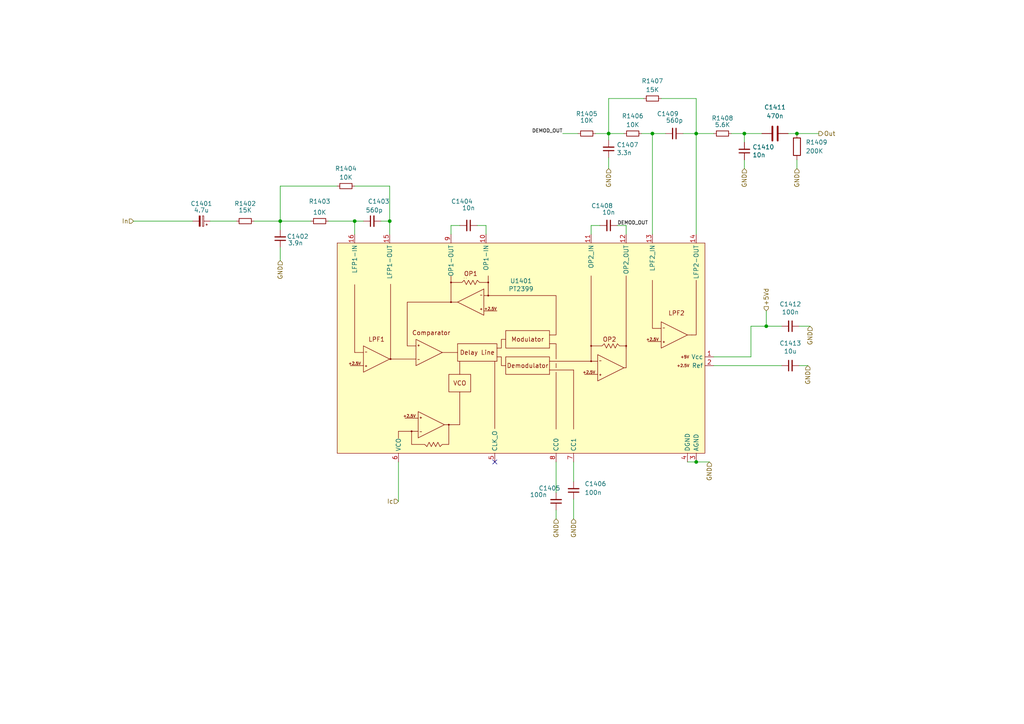
<source format=kicad_sch>
(kicad_sch (version 20211123) (generator eeschema)
  (paper "A4")
  (lib_symbols
    (symbol "Device:C" (pin_numbers hide) (pin_names (offset 0.254))
      (property "Reference" "C" (at 0.635 2.54 0))
      (property "Value" "C" (at 0.635 -2.54 0))
      (symbol "C_0_1"
        (polyline (pts (xy -2.032 -0.762) (xy 2.032 -0.762)) (stroke (width 0.508)))
        (polyline (pts (xy -2.032 0.762) (xy 2.032 0.762)) (stroke (width 0.508)))
      )
      (symbol "C_1_1"
        (pin passive line (at 0 3.81 270) (length 2.794) (name "~") (number "1"))
        (pin passive line (at 0 -3.81 90) (length 2.794) (name "~") (number "2"))
      )
    )
    (symbol "Device:C_Polarized_Small" (pin_numbers hide) (pin_names (offset 0.254) hide)
      (property "Reference" "C" (at 0.254 1.778 0))
      (property "Value" "C_Polarized_Small" (at 0.254 -2.032 0))
      (symbol "C_Polarized_Small_0_1"
        (rectangle (start -1.524 -0.3048) (end 1.524 -0.6858) (fill (type outline)))
        (rectangle (start -1.524 0.6858) (end 1.524 0.3048))
        (polyline (pts (xy -1.27 1.524) (xy -0.762 1.524)))
        (polyline (pts (xy -1.016 1.27) (xy -1.016 1.778)))
      )
      (symbol "C_Polarized_Small_1_1"
        (pin passive line (at 0 2.54 270) (length 1.8542) (name "~") (number "1"))
        (pin passive line (at 0 -2.54 90) (length 1.8542) (name "~") (number "2"))
      )
    )
    (symbol "Device:C_Small" (pin_numbers hide) (pin_names (offset 0.254) hide)
      (property "Reference" "C" (at 0.254 1.778 0))
      (property "Value" "C_Small" (at 0.254 -2.032 0))
      (symbol "C_Small_0_1"
        (polyline (pts (xy -1.524 -0.508) (xy 1.524 -0.508)) (stroke (width 0.3302)))
        (polyline (pts (xy -1.524 0.508) (xy 1.524 0.508)) (stroke (width 0.3048)))
      )
      (symbol "C_Small_1_1"
        (pin passive line (at 0 2.54 270) (length 2.032) (name "~") (number "1"))
        (pin passive line (at 0 -2.54 90) (length 2.032) (name "~") (number "2"))
      )
    )
    (symbol "Device:R" (pin_numbers hide) (pin_names (offset 0))
      (property "Reference" "R" (at 2.032 0 90))
      (property "Value" "R" (at 0 0 90))
      (symbol "R_0_1"
        (rectangle (start -1.016 -2.54) (end 1.016 2.54) (stroke (width 0.254)))
      )
      (symbol "R_1_1"
        (pin passive line (at 0 3.81 270) (length 1.27) (name "~") (number "1"))
        (pin passive line (at 0 -3.81 90) (length 1.27) (name "~") (number "2"))
      )
    )
    (symbol "Device:R_Small" (pin_numbers hide) (pin_names (offset 0.254) hide)
      (property "Reference" "R" (at 0.762 0.508 0))
      (property "Value" "R_Small" (at 0.762 -1.016 0))
      (symbol "R_Small_0_1"
        (rectangle (start -0.762 1.778) (end 0.762 -1.778) (stroke (width 0.2032)))
      )
      (symbol "R_Small_1_1"
        (pin passive line (at 0 2.54 270) (length 0.762) (name "~") (number "1"))
        (pin passive line (at 0 -2.54 90) (length 0.762) (name "~") (number "2"))
      )
    )
    (symbol "pt2399:PT2399-Detailed"
      (property "Reference" "U" (at 0 34.29 0))
      (property "Value" "PT2399-Detailed" (at 0 -41.91 0))
      (symbol "PT2399-Detailed_0_0"
        (rectangle (start -53.34 30.48) (end 53.34 -30.48) (fill (type background)))
        (rectangle (start -16.51 20.32) (end -16.51 20.32))
        (rectangle (start -15.875 20.32) (end -15.875 20.32))
        (polyline (pts (xy -48.26 18.415) (xy -48.26 -1.27)))
        (polyline (pts (xy -38.1 -3.175) (xy -30.48 -3.175)))
        (polyline (pts (xy -37.846 18.542) (xy -37.846 -3.048)))
        (polyline (pts (xy -35.56 -24.13) (xy -35.56 -26.162)))
        (polyline (pts (xy -29.845 -24.13) (xy -35.56 -24.13)))
        (polyline (pts (xy -22.86 -1.27) (xy -18.415 -1.27)))
        (polyline (pts (xy -20.32 13.335) (xy -20.32 13.335)))
        (polyline (pts (xy -20.32 13.335) (xy -20.32 13.335)))
        (polyline (pts (xy -20.32 13.335) (xy -18.415 13.335)))
        (polyline (pts (xy -20.32 19.05) (xy -20.32 20.955)))
        (polyline (pts (xy -18.415 13.335) (xy -18.415 13.335)))
        (polyline (pts (xy -18.415 13.335) (xy -18.415 13.335)))
        (polyline (pts (xy -18.415 13.335) (xy -18.415 13.335)))
        (polyline (pts (xy -17.78 -22.225) (xy -17.78 -12.7)))
        (polyline (pts (xy -17.78 -12.7) (xy -17.78 -12.7)))
        (polyline (pts (xy -17.78 -7.62) (xy -17.78 -3.81)))
        (polyline (pts (xy -10.795 15.24) (xy -10.795 15.24)))
        (polyline (pts (xy -9.525 19.05) (xy -9.525 20.955)))
        (polyline (pts (xy -7.62 -23.368) (xy -7.62 -3.81)))
        (polyline (pts (xy -6.985 -2.54) (xy -6.985 -2.54)))
        (polyline (pts (xy -6.985 -2.54) (xy -6.985 -2.54)))
        (polyline (pts (xy -4.445 -14.605) (xy -4.445 -14.605)))
        (polyline (pts (xy 8.255 -3.81) (xy 8.255 -3.81)))
        (polyline (pts (xy 8.255 -3.81) (xy 22.225 -3.81)))
        (polyline (pts (xy 10.16 15.24) (xy 10.16 15.24)))
        (polyline (pts (xy 15.24 -6.35) (xy 8.255 -6.35)))
        (polyline (pts (xy 15.24 -6.35) (xy 15.24 -23.495)))
        (polyline (pts (xy 20.32 0.635) (xy 20.32 20.955)))
        (polyline (pts (xy 30.48 -5.715) (xy 29.845 -5.715)))
        (polyline (pts (xy 30.48 0) (xy 30.48 20.955)))
        (polyline (pts (xy 40.64 5.715) (xy 40.64 5.715)))
        (polyline (pts (xy 40.64 5.715) (xy 40.64 5.715)))
        (polyline (pts (xy 40.64 5.715) (xy 40.64 5.715)))
        (polyline (pts (xy 49.53 3.81) (xy 48.26 3.81)))
        (polyline (pts (xy -22.225 -22.225) (xy -20.955 -22.225) (xy -17.78 -22.225)))
        (polyline (pts (xy -6.985 -3.81) (xy -6.985 1.27) (xy -18.415 1.27)))
        (polyline (pts (xy 8.255 -7.62) (xy 8.255 -2.54) (xy -4.445 -2.54)))
        (polyline (pts (xy 8.255 0) (xy 8.255 5.08) (xy -4.445 5.08)))
        (polyline (pts (xy 10.16 -3.175) (xy 10.16 1.27) (xy 8.255 1.27)))
        (polyline (pts (xy 40.64 5.715) (xy 38.1 5.715) (xy 38.1 19.685)))
        (polyline (pts (xy 50.8 19.685) (xy 50.8 3.81) (xy 49.53 3.81)))
        (polyline (pts (xy -30.48 0.635) (xy -33.02 0.635) (xy -33.02 13.335) (xy -20.32 13.335)))
        (polyline (pts (xy -10.795 15.24) (xy 10.16 15.24) (xy 10.16 3.81) (xy 8.255 3.81)))
        (polyline (pts (xy -6.985 -2.54) (xy -5.715 -2.54) (xy -5.715 -5.08) (xy -4.445 -5.08)))
        (polyline (pts (xy -6.985 0) (xy -5.715 0) (xy -5.715 2.54) (xy -4.445 2.54)))
        (polyline (pts (xy -20.955 -7.62) (xy -20.955 -12.7) (xy -14.605 -12.7) (xy -14.605 -7.62) (xy -20.955 -7.62)))
        (polyline (pts (xy -18.415 -1.27) (xy -18.415 1.27) (xy -18.415 -1.27) (xy -18.415 -3.81) (xy -6.985 -3.81)))
        (polyline (pts (xy -4.445 -5.08) (xy -4.445 -2.54) (xy -4.445 -5.08) (xy -4.445 -7.62) (xy 8.255 -7.62)))
        (polyline (pts (xy -4.445 2.54) (xy -4.445 5.08) (xy -4.445 2.54) (xy -4.445 0) (xy 8.255 0)))
        (polyline (pts (xy -20.955 -22.225) (xy -20.955 -27.94) (xy -22.86 -27.94) (xy -23.495 -28.575) (xy -24.13 -27.305) (xy -24.765 -28.575) (xy -25.4 -27.305) (xy -26.035 -28.575) (xy -26.67 -27.305) (xy -27.305 -28.575) (xy -27.94 -27.94) (xy -31.75 -27.94) (xy -31.75 -24.13)))
        (polyline (pts (xy -20.32 13.335) (xy -20.32 19.05) (xy -17.145 19.05) (xy -16.51 19.685) (xy -15.875 18.415) (xy -15.24 19.685) (xy -14.605 18.415) (xy -13.97 19.685) (xy -13.335 18.415) (xy -12.7 19.685) (xy -12.065 19.05) (xy -9.525 19.05) (xy -9.525 15.24)))
        (polyline (pts (xy 30.48 -5.715) (xy 30.48 0.635) (xy 28.575 0.635) (xy 27.94 1.27) (xy 27.305 0) (xy 26.67 1.27) (xy 26.035 0) (xy 25.4 1.27) (xy 24.765 0) (xy 24.13 1.27) (xy 23.495 0.635) (xy 20.32 0.635) (xy 20.32 -3.81)))
        (text "+2.5V" (at -48.26 -4.445 0) (effects (font (size 0.8 0.8))))
        (text "+2.5V" (at -32.385 -19.685 0) (effects (font (size 0.8 0.8))))
        (text "+2.5V" (at -8.89 11.43 0) (effects (font (size 0.8 0.8))))
        (text "+2.5V" (at 19.685 -6.985 0) (effects (font (size 0.8 0.8))))
        (text "+2.5V" (at 38.1 2.54 0) (effects (font (size 0.8 0.8))))
        (text "+2.5V" (at 46.99 -5.08 0) (effects (font (size 0.8 0.8))))
        (text "+5V" (at 47.498 -2.54 0) (effects (font (size 0.8 0.8))))
        (text "Comparator" (at -26.035 4.445 0) (effects (font (size 1.27 1.27))))
        (text "Delay Line" (at -12.7 -1.27 0) (effects (font (size 1.27 1.27))))
        (text "Demodulator" (at 1.905 -5.08 0) (effects (font (size 1.27 1.27))))
        (text "LPF1" (at -41.91 2.54 0) (effects (font (size 1.27 1.27))))
        (text "LPF2" (at 45.085 10.16 0) (effects (font (size 1.27 1.27))))
        (text "Modulator" (at 1.905 2.54 0) (effects (font (size 1.27 1.27))))
        (text "OP1" (at -14.605 21.59 0) (effects (font (size 1.27 1.27))))
        (text "OP2" (at 25.654 2.54 0) (effects (font (size 1.27 1.27))))
        (text "VCO" (at -17.78 -10.16 0) (effects (font (size 1.27 1.27))))
      )
      (symbol "PT2399-Detailed_0_1"
        (circle (center -37.846 -3.175) (radius 0.1796) (fill (type outline)))
        (circle (center -31.75 -24.13) (radius 0.1796) (fill (type outline)))
        (circle (center -20.955 -22.225) (radius 0.1796) (fill (type outline)))
        (circle (center -20.32 13.335) (radius 0.1796) (fill (type outline)))
        (circle (center -20.32 19.05) (radius 0.1796) (fill (type outline)))
        (circle (center -9.525 15.24) (radius 0.1796) (fill (type outline)))
        (circle (center -9.525 19.05) (radius 0.1796) (fill (type outline)))
        (polyline (pts (xy -45.72 -5.08) (xy -49.53 -5.08)))
        (polyline (pts (xy -45.72 -1.27) (xy -48.26 -1.27)))
        (polyline (pts (xy -45.212 -5.207) (xy -44.704 -5.207)))
        (polyline (pts (xy -44.958 -4.953) (xy -44.958 -5.461)))
        (polyline (pts (xy -44.704 -1.143) (xy -45.212 -1.143)))
        (polyline (pts (xy -29.972 0.762) (xy -29.464 0.762)))
        (polyline (pts (xy -29.845 -20.32) (xy -33.655 -20.32)))
        (polyline (pts (xy -29.718 0.508) (xy -29.718 1.016)))
        (polyline (pts (xy -29.464 -3.302) (xy -29.972 -3.302)))
        (polyline (pts (xy -29.337 -20.193) (xy -28.829 -20.193)))
        (polyline (pts (xy -29.083 -20.447) (xy -29.083 -19.939)))
        (polyline (pts (xy -28.829 -24.257) (xy -29.337 -24.257)))
        (polyline (pts (xy -11.811 15.367) (xy -11.303 15.367)))
        (polyline (pts (xy -11.557 11.557) (xy -11.557 11.049)))
        (polyline (pts (xy -11.303 11.303) (xy -11.811 11.303)))
        (polyline (pts (xy -6.985 10.795) (xy -10.795 10.795)))
        (polyline (pts (xy 10.16 -6.985) (xy 10.16 -23.495)))
        (polyline (pts (xy 10.16 -4.445) (xy 10.16 -5.715)))
        (polyline (pts (xy 22.225 -7.62) (xy 18.415 -7.62)))
        (polyline (pts (xy 22.733 -7.747) (xy 23.241 -7.747)))
        (polyline (pts (xy 22.987 -7.493) (xy 22.987 -8.001)))
        (polyline (pts (xy 23.241 -3.683) (xy 22.733 -3.683)))
        (polyline (pts (xy 40.64 1.905) (xy 36.83 1.905)))
        (polyline (pts (xy 41.148 1.778) (xy 41.656 1.778)))
        (polyline (pts (xy 41.402 2.032) (xy 41.402 1.524)))
        (polyline (pts (xy 41.656 5.842) (xy 41.148 5.842)))
        (polyline (pts (xy -45.72 0.635) (xy -45.72 -6.985) (xy -38.1 -3.175) (xy -45.72 0.635)))
        (polyline (pts (xy -30.48 -5.08) (xy -30.48 2.54) (xy -22.86 -1.27) (xy -30.48 -5.08)))
        (polyline (pts (xy -29.845 -26.035) (xy -29.845 -18.415) (xy -22.225 -22.225) (xy -29.845 -26.035)))
        (polyline (pts (xy -10.795 17.145) (xy -10.795 9.525) (xy -18.415 13.335) (xy -10.795 17.145)))
        (polyline (pts (xy 22.225 -1.905) (xy 22.225 -9.525) (xy 29.845 -5.715) (xy 22.225 -1.905)))
        (polyline (pts (xy 40.64 7.62) (xy 40.64 0) (xy 48.26 3.81) (xy 40.64 7.62)))
        (circle (center 20.32 -3.81) (radius 0.1796) (fill (type outline)))
        (circle (center 20.32 0.635) (radius 0.1796) (fill (type outline)))
        (circle (center 30.48 0.635) (radius 0.1796) (fill (type outline)))
      )
      (symbol "PT2399-Detailed_1_1"
        (pin power_in line (at 55.88 -2.54 180) (length 2.54) (name "Vcc") (number "1"))
        (pin input line (at -10.16 33.02 270) (length 2.54) (name "OP1-IN") (number "10"))
        (pin input line (at 20.32 33.02 270) (length 2.54) (name "OP2_IN") (number "11"))
        (pin output line (at 30.48 33.02 270) (length 2.54) (name "OP2_OUT") (number "12"))
        (pin input line (at 38.1 33.02 270) (length 2.54) (name "LPF2_IN") (number "13"))
        (pin output line (at 50.8 33.02 270) (length 2.54) (name "LFP2-OUT") (number "14"))
        (pin output line (at -38.1 33.02 270) (length 2.54) (name "LFP1-OUT") (number "15"))
        (pin input line (at -48.26 33.02 270) (length 2.54) (name "LFP1-IN") (number "16"))
        (pin bidirectional line (at 55.88 -5.08 180) (length 2.54) (name "Ref") (number "2"))
        (pin power_in line (at 50.8 -33.02 90) (length 2.54) (name "AGND") (number "3"))
        (pin power_in line (at 48.26 -33.02 90) (length 2.54) (name "DGND") (number "4"))
        (pin output line (at -7.62 -33.02 90) (length 2.54) (name "CLK_O") (number "5"))
        (pin input line (at -35.56 -33.02 90) (length 2.54) (name "VCO") (number "6"))
        (pin unspecified line (at 15.24 -33.02 90) (length 2.54) (name "CC1") (number "7"))
        (pin unspecified line (at 10.16 -33.02 90) (length 2.54) (name "CC0") (number "8"))
        (pin output line (at -20.32 33.02 270) (length 2.54) (name "OP1-OUT") (number "9"))
      )
    )
  )
  (junction (at 81.28 64.135))
  (junction (at 113.03 64.135))
  (junction (at 189.23 38.735))
  (junction (at 231.14 38.735))
  (junction (at 176.53 38.735))
  (junction (at 201.93 133.985))
  (junction (at 215.9 38.735))
  (junction (at 201.93 38.735))
  (junction (at 222.25 94.615))
  (junction (at 102.87 64.135))
  (no_connect (at 143.51 133.985))
  (wire (pts (xy 222.25 90.17) (xy 222.25 94.615)))
  (wire (pts (xy 215.9 41.275) (xy 215.9 38.735)))
  (wire (pts (xy 201.93 38.735) (xy 201.93 67.945)))
  (wire (pts (xy 172.72 38.735) (xy 176.53 38.735)))
  (wire (pts (xy 199.39 133.985) (xy 201.93 133.985)))
  (wire (pts (xy 171.45 65.405) (xy 171.45 67.945)))
  (wire (pts (xy 215.9 38.735) (xy 212.09 38.735)))
  (wire (pts (xy 176.53 38.735) (xy 180.975 38.735)))
  (wire (pts (xy 220.98 38.735) (xy 215.9 38.735)))
  (wire (pts (xy 231.775 106.045) (xy 234.315 106.045)))
  (wire (pts (xy 217.805 103.505) (xy 217.805 94.615)))
  (wire (pts (xy 161.29 133.985) (xy 161.29 142.875)))
  (wire (pts (xy 189.23 38.735) (xy 193.04 38.735)))
  (wire (pts (xy 222.25 94.615) (xy 226.695 94.615)))
  (wire (pts (xy 102.87 64.135) (xy 105.41 64.135)))
  (wire (pts (xy 163.195 38.735) (xy 167.64 38.735)))
  (wire (pts (xy 191.77 28.575) (xy 201.93 28.575)))
  (wire (pts (xy 186.69 28.575) (xy 176.53 28.575)))
  (wire (pts (xy 102.87 64.135) (xy 102.87 67.945)))
  (wire (pts (xy 81.28 64.135) (xy 81.28 66.675)))
  (wire (pts (xy 81.28 71.755) (xy 81.28 75.565)))
  (wire (pts (xy 110.49 64.135) (xy 113.03 64.135)))
  (wire (pts (xy 176.53 28.575) (xy 176.53 38.735)))
  (wire (pts (xy 207.01 106.045) (xy 226.695 106.045)))
  (wire (pts (xy 201.93 28.575) (xy 201.93 38.735)))
  (wire (pts (xy 176.53 38.735) (xy 176.53 40.64)))
  (wire (pts (xy 198.12 38.735) (xy 201.93 38.735)))
  (wire (pts (xy 113.03 64.135) (xy 113.03 67.945)))
  (wire (pts (xy 228.6 38.735) (xy 231.14 38.735)))
  (wire (pts (xy 161.29 147.955) (xy 161.29 150.495)))
  (wire (pts (xy 176.53 45.72) (xy 176.53 48.895)))
  (wire (pts (xy 231.14 46.355) (xy 231.14 48.895)))
  (wire (pts (xy 73.66 64.135) (xy 81.28 64.135)))
  (wire (pts (xy 81.28 53.975) (xy 81.28 64.135)))
  (wire (pts (xy 186.055 38.735) (xy 189.23 38.735)))
  (wire (pts (xy 95.25 64.135) (xy 102.87 64.135)))
  (wire (pts (xy 217.805 94.615) (xy 222.25 94.615)))
  (wire (pts (xy 201.93 133.985) (xy 205.74 133.985)))
  (wire (pts (xy 231.775 94.615) (xy 234.95 94.615)))
  (wire (pts (xy 102.87 53.975) (xy 113.03 53.975)))
  (wire (pts (xy 113.03 53.975) (xy 113.03 64.135)))
  (wire (pts (xy 81.28 64.135) (xy 90.17 64.135)))
  (wire (pts (xy 201.93 38.735) (xy 207.01 38.735)))
  (wire (pts (xy 115.57 133.985) (xy 115.57 145.415)))
  (wire (pts (xy 231.14 38.735) (xy 237.49 38.735)))
  (wire (pts (xy 138.43 65.405) (xy 140.97 65.405)))
  (wire (pts (xy 68.58 64.135) (xy 60.96 64.135)))
  (wire (pts (xy 207.01 103.505) (xy 217.805 103.505)))
  (wire (pts (xy 140.97 67.945) (xy 140.97 65.405)))
  (wire (pts (xy 181.61 65.405) (xy 181.61 67.945)))
  (wire (pts (xy 215.9 46.355) (xy 215.9 48.895)))
  (wire (pts (xy 189.23 38.735) (xy 189.23 67.945)))
  (wire (pts (xy 38.735 64.135) (xy 55.88 64.135)))
  (wire (pts (xy 166.37 144.78) (xy 166.37 150.495)))
  (wire (pts (xy 130.81 65.405) (xy 130.81 67.945)))
  (wire (pts (xy 179.07 65.405) (xy 181.61 65.405)))
  (wire (pts (xy 166.37 133.985) (xy 166.37 139.7)))
  (wire (pts (xy 171.45 65.405) (xy 173.99 65.405)))
  (wire (pts (xy 130.81 65.405) (xy 133.35 65.405)))
  (wire (pts (xy 81.28 53.975) (xy 97.79 53.975)))
  (label "DEMOD_OUT" (at 163.195 38.735 180) (effects (font (size 1 1))))
  (label "DEMOD_OUT" (at 179.07 65.405 0) (effects (font (size 1 1))))
  (hierarchical_label "Ic" (shape input) (at 115.57 145.415 180))
  (hierarchical_label "+5Vd" (shape input) (at 222.25 90.17 90))
  (hierarchical_label "GND" (shape input) (at 205.74 133.985 270))
  (hierarchical_label "Out" (shape output) (at 237.49 38.735 0))
  (hierarchical_label "GND" (shape input) (at 81.28 75.565 270))
  (hierarchical_label "GND" (shape input) (at 176.53 48.895 270))
  (hierarchical_label "GND" (shape input) (at 231.14 48.895 270))
  (hierarchical_label "GND" (shape input) (at 215.9 48.895 270))
  (hierarchical_label "GND" (shape input) (at 234.95 94.615 270))
  (hierarchical_label "In" (shape input) (at 38.735 64.135 180))
  (hierarchical_label "GND" (shape input) (at 166.37 150.495 270))
  (hierarchical_label "GND" (shape input) (at 234.315 106.045 270))
  (hierarchical_label "GND" (shape input) (at 161.29 150.495 270))
  (symbol (lib_id "Device:C_Small") (at 81.28 69.215 180) (unit 1)
    (property "Reference" "C1402" (at 86.36 68.58 0))
    (property "Value" "3.9n" (at 85.725 70.485 0))
    (property "Footprint" "Capacitor_SMD:C_0603_1608Metric_Pad1.08x0.95mm_HandSolder" (effects hide))
    (property "LCSC" "C170145" (effects hide))
  )
  (symbol (lib_id "Device:C_Small") (at 161.29 145.415 180) (unit 1)
    (property "Reference" "C1405" (at 156.21 141.605 0) (effects (justify right)))
    (property "Value" "100n" (at 153.67 143.51 0) (effects (justify right)))
    (property "Footprint" "Capacitor_SMD:C_0603_1608Metric_Pad1.08x0.95mm_HandSolder" (effects hide))
    (property "LCSC" "C49678" (effects hide))
  )
  (symbol (lib_id "Device:R_Small") (at 209.55 38.735 270) (unit 1)
    (property "Reference" "R1408" (at 209.55 34.29 90))
    (property "Value" "5.6K" (at 209.55 36.195 90))
    (property "Footprint" "Resistor_SMD:R_0603_1608Metric_Pad0.98x0.95mm_HandSolder" (effects hide))
  )
  (symbol (lib_id "Device:C_Small") (at 229.235 106.045 90) (mirror x) (unit 1)
    (property "Reference" "C1413" (at 229.235 99.568 90))
    (property "Value" "10u" (at 229.235 101.8794 90))
    (property "Footprint" "Capacitor_SMD:C_0603_1608Metric_Pad1.08x0.95mm_HandSolder" (effects hide))
  )
  (symbol (lib_id "Device:R_Small") (at 100.33 53.975 90) (unit 1)
    (property "Reference" "R1404" (at 100.33 48.895 90))
    (property "Value" "10K" (at 100.33 51.435 90))
    (property "Footprint" "Resistor_SMD:R_0603_1608Metric_Pad0.98x0.95mm_HandSolder" (effects hide))
  )
  (symbol (lib_id "Device:C_Small") (at 107.95 64.135 90) (unit 1)
    (property "Reference" "C1403" (at 106.68 58.42 90) (effects (justify right)))
    (property "Value" "560p" (at 106.045 60.96 90) (effects (justify right)))
    (property "Footprint" "Capacitor_SMD:C_0603_1608Metric_Pad1.08x0.95mm_HandSolder" (effects hide))
    (property "LCSC" "C159763" (effects hide))
  )
  (symbol (lib_id "Device:R_Small") (at 92.71 64.135 270) (unit 1)
    (property "Reference" "R1403" (at 92.71 58.42 90))
    (property "Value" "10K" (at 92.71 61.595 90))
    (property "Footprint" "Resistor_SMD:R_0603_1608Metric_Pad0.98x0.95mm_HandSolder" (effects hide))
  )
  (symbol (lib_id "Device:C_Small") (at 176.53 43.18 180) (unit 1)
    (property "Reference" "C1407" (at 178.8668 42.0116 0) (effects (justify right)))
    (property "Value" "3.3n" (at 178.8668 44.323 0) (effects (justify right)))
    (property "Footprint" "Capacitor_SMD:C_0603_1608Metric_Pad1.08x0.95mm_HandSolder" (effects hide))
    (property "LCSC" "C53175" (effects hide))
  )
  (symbol (lib_id "Device:C_Small") (at 176.53 65.405 270) (unit 1)
    (property "Reference" "C1408" (at 177.8 59.69 90) (effects (justify right)))
    (property "Value" "10n" (at 178.435 61.595 90) (effects (justify right)))
    (property "Footprint" "Capacitor_SMD:C_0603_1608Metric_Pad1.08x0.95mm_HandSolder" (effects hide))
    (property "LCSC" "C1710" (effects hide))
  )
  (symbol (lib_id "Device:R_Small") (at 71.12 64.135 90) (unit 1)
    (property "Reference" "R1402" (at 71.12 59.055 90))
    (property "Value" "15K" (at 71.12 60.96 90))
    (property "Footprint" "Resistor_SMD:R_0603_1608Metric_Pad0.98x0.95mm_HandSolder" (effects hide))
  )
  (symbol (lib_id "Device:R_Small") (at 189.23 28.575 270) (unit 1)
    (property "Reference" "R1407" (at 189.23 23.495 90))
    (property "Value" "15K" (at 189.23 26.035 90))
    (property "Footprint" "Resistor_SMD:R_0603_1608Metric_Pad0.98x0.95mm_HandSolder" (effects hide))
  )
  (symbol (lib_id "Device:R_Small") (at 170.18 38.735 270) (unit 1)
    (property "Reference" "R1405" (at 170.18 33.02 90))
    (property "Value" "10K" (at 170.18 34.925 90))
    (property "Footprint" "Resistor_SMD:R_0603_1608Metric_Pad0.98x0.95mm_HandSolder" (effects hide))
  )
  (symbol (lib_id "Device:C_Small") (at 135.89 65.405 270) (unit 1)
    (property "Reference" "C1404" (at 137.16 58.42 90) (effects (justify right)))
    (property "Value" "10n" (at 137.795 60.325 90) (effects (justify right)))
    (property "Footprint" "Capacitor_SMD:C_0603_1608Metric_Pad1.08x0.95mm_HandSolder" (effects hide))
    (property "LCSC" "C1710" (effects hide))
  )
  (symbol (lib_id "Device:C_Small") (at 166.37 142.24 180) (unit 1)
    (property "Reference" "C1406" (at 169.545 140.335 0) (effects (justify right)))
    (property "Value" "100n" (at 169.545 142.875 0) (effects (justify right)))
    (property "Footprint" "Capacitor_SMD:C_0603_1608Metric_Pad1.08x0.95mm_HandSolder" (effects hide))
    (property "LCSC" "C49678" (effects hide))
  )
  (symbol (lib_id "Device:C_Small") (at 215.9 43.815 180) (unit 1)
    (property "Reference" "C1410" (at 218.2368 42.6466 0) (effects (justify right)))
    (property "Value" "10n" (at 218.2368 44.958 0) (effects (justify right)))
    (property "Footprint" "Capacitor_SMD:C_0603_1608Metric_Pad1.08x0.95mm_HandSolder" (effects hide))
    (property "LCSC" "C1710" (effects hide))
  )
  (symbol (lib_id "Device:R_Small") (at 183.515 38.735 270) (unit 1)
    (property "Reference" "R1406" (at 183.515 33.655 90))
    (property "Value" "10K" (at 183.515 36.195 90))
    (property "Footprint" "Resistor_SMD:R_0603_1608Metric_Pad0.98x0.95mm_HandSolder" (effects hide))
  )
  (symbol (lib_id "Device:C_Polarized_Small") (at 58.42 64.135 270) (mirror x) (unit 1)
    (property "Reference" "C1401" (at 58.42 59.055 90))
    (property "Value" "4.7u" (at 58.42 60.96 90))
    (property "Footprint" "Capacitor_Tantalum_SMD:CP_EIA-3216-18_Kemet-A_Pad1.58x1.35mm_HandSolder" (effects hide))
  )
  (symbol (lib_id "Device:R") (at 231.14 42.545 0) (unit 1)
    (property "Reference" "R1409" (at 233.68 41.2749 0) (effects (justify left)))
    (property "Value" "200K" (at 233.68 43.8149 0) (effects (justify left)))
    (property "Footprint" "Resistor_SMD:R_0603_1608Metric_Pad0.98x0.95mm_HandSolder" (effects hide))
  )
  (symbol (lib_id "pt2399:PT2399-Detailed") (at 151.13 100.965 0) (unit 1)
    (property "Reference" "U1401" (at 151.13 81.4832 0))
    (property "Value" "PT2399" (at 151.13 83.7946 0))
    (property "Footprint" "Package_SO:SOP-16_3.9x9.9mm_P1.27mm" (effects hide))
    (property "Datasheet" "http://sound.westhost.com/pt2399.pdf" (effects hide))
  )
  (symbol (lib_id "Device:C_Small") (at 229.235 94.615 270) (unit 1)
    (property "Reference" "C1412" (at 229.235 88.2142 90))
    (property "Value" "100n" (at 229.235 90.5256 90))
    (property "Footprint" "Capacitor_SMD:C_0603_1608Metric_Pad1.08x0.95mm_HandSolder" (effects hide))
  )
  (symbol (lib_id "Device:C_Small") (at 195.58 38.735 270) (unit 1)
    (property "Reference" "C1409" (at 196.85 33.02 90) (effects (justify right)))
    (property "Value" "560p" (at 198.12 34.925 90) (effects (justify right)))
    (property "Footprint" "Capacitor_SMD:C_0603_1608Metric_Pad1.08x0.95mm_HandSolder" (effects hide))
    (property "LCSC" "C159763" (effects hide))
  )
  (symbol (lib_id "Device:C") (at 224.79 38.735 90) (unit 1)
    (property "Reference" "C1411" (at 224.79 31.115 90))
    (property "Value" "470n" (at 224.79 33.655 90))
    (property "Footprint" "Capacitor_SMD:C_0805_2012Metric_Pad1.18x1.45mm_HandSolder" (effects hide))
  )
)
</source>
